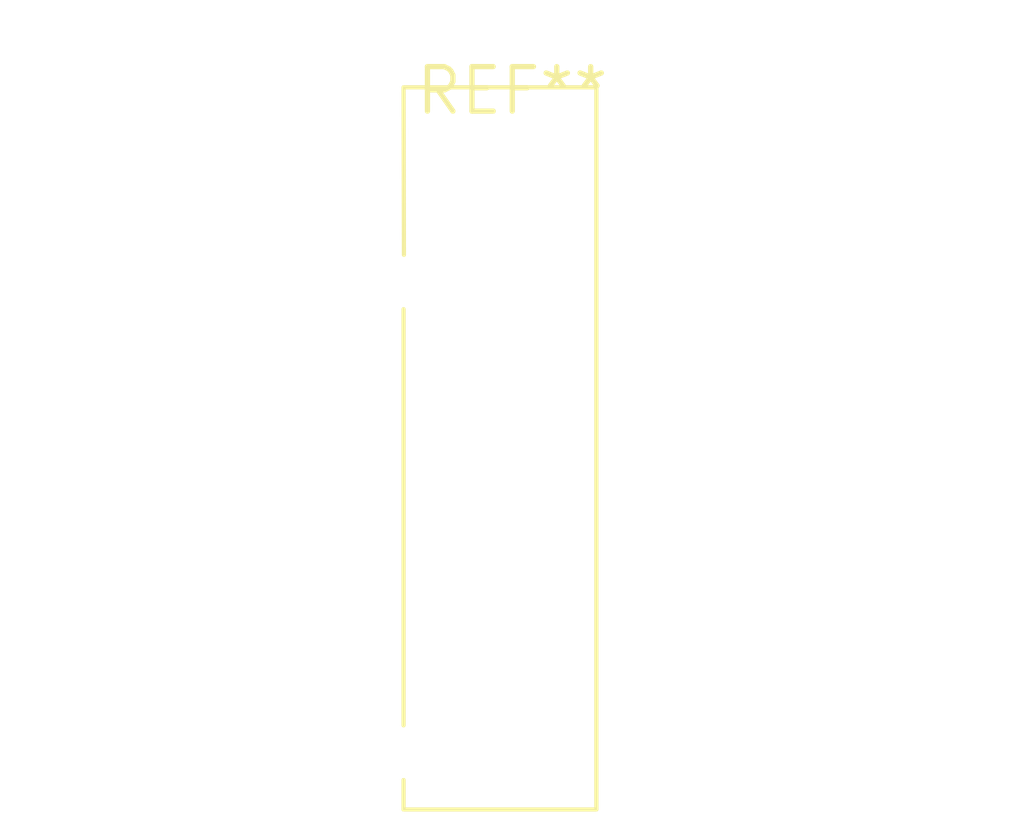
<source format=kicad_pcb>
(kicad_pcb (version 20240108) (generator pcbnew)
  (layers (0 "F.Cu" signal) (31 "B.Cu" signal) (34 "B.Paste" user) (35 "F.Paste" user) (36 "B.SilkS" user "B.Silkscreen") (37 "F.SilkS" user "F.Silkscreen") (38 "B.Mask" user) (39 "F.Mask" user) (44 "Edge.Cuts" user))
  (net 0 "")
  (footprint "Lightpipe_Dialight_515-1064F" (layer "F.Cu") (at 0 0)
    (property "Reference" "REF**")
    (property "Value" "Lightpipe_Dialight_515-1064F")
    (fp_line (start -3.1 -0.1) (end 2.4 -0.1) (layer "F.SilkS") (stroke (width 0.12)))
    (fp_line (start -3.1 -0.08) (end -3.09 4.68) (layer "F.SilkS") (stroke (width 0.12)))
    (fp_line (start -3.1 6.23) (end -3.1 18.1) (layer "F.SilkS") (stroke (width 0.12)))
    (fp_line (start -3.1 20.5) (end -3.1 19.66) (layer "F.SilkS") (stroke (width 0.12)))
    (fp_line (start -3.1 20.5) (end 2.4 20.5) (layer "F.SilkS") (stroke (width 0.12)))
    (fp_line (start 2.4 20.49) (end 2.4 -0.1) (layer "F.SilkS") (stroke (width 0.12)))
    (pad "" np_thru_hole circle (at -2.29 5.46 180) (size 1.6 1.6) (drill 1.6) (layers F&B.Cu))
    (pad "" np_thru_hole circle (at -2.29 18.87 180) (size 1.6 1.6) (drill 1.6) (layers F&B.Cu))
  )
)
</source>
